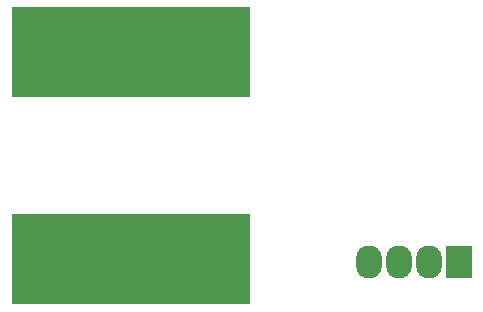
<source format=gbr>
G04 #@! TF.GenerationSoftware,KiCad,Pcbnew,(5.1.0-1152-gc9ccd8a64)*
G04 #@! TF.CreationDate,2019-07-16T08:49:00-04:00*
G04 #@! TF.ProjectId,current_sensor,63757272-656e-4745-9f73-656e736f722e,rev?*
G04 #@! TF.SameCoordinates,Original*
G04 #@! TF.FileFunction,Soldermask,Bot*
G04 #@! TF.FilePolarity,Negative*
%FSLAX46Y46*%
G04 Gerber Fmt 4.6, Leading zero omitted, Abs format (unit mm)*
G04 Created by KiCad (PCBNEW (5.1.0-1152-gc9ccd8a64)) date 2019-07-16 08:49:00*
%MOMM*%
%LPD*%
G04 APERTURE LIST*
%ADD10R,2.200000X2.800000*%
%ADD11O,2.200000X2.800000*%
%ADD12R,20.200000X7.700000*%
G04 APERTURE END LIST*
D10*
X170800000Y-93500000D03*
D11*
X168260000Y-93500000D03*
X165720000Y-93500000D03*
X163180000Y-93500000D03*
D12*
X143000000Y-75750000D03*
X143000000Y-93250000D03*
M02*

</source>
